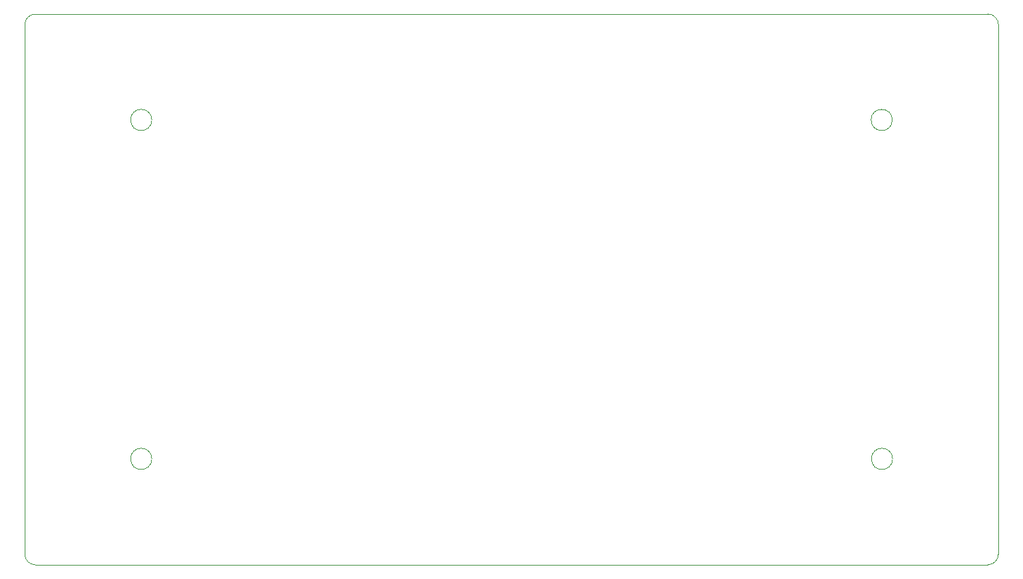
<source format=gbr>
G04 #@! TF.GenerationSoftware,KiCad,Pcbnew,(6.0.1)*
G04 #@! TF.CreationDate,2022-01-30T22:17:43+01:00*
G04 #@! TF.ProjectId,Teensy41_DualMotor,5465656e-7379-4343-915f-4475616c4d6f,1*
G04 #@! TF.SameCoordinates,Original*
G04 #@! TF.FileFunction,Profile,NP*
%FSLAX46Y46*%
G04 Gerber Fmt 4.6, Leading zero omitted, Abs format (unit mm)*
G04 Created by KiCad (PCBNEW (6.0.1)) date 2022-01-30 22:17:43*
%MOMM*%
%LPD*%
G01*
G04 APERTURE LIST*
G04 #@! TA.AperFunction,Profile*
%ADD10C,0.100000*%
G04 #@! TD*
G04 APERTURE END LIST*
D10*
X140970000Y-82550000D02*
G75*
G03*
X139700000Y-81280000I-1269999J1D01*
G01*
X128270000Y-134620000D02*
G75*
G03*
X128270000Y-134620000I-1270000J0D01*
G01*
X24130000Y-145542000D02*
X24130000Y-146050000D01*
X128234625Y-93980000D02*
G75*
G03*
X128234625Y-93980000I-1270000J0D01*
G01*
X139700000Y-81280000D02*
X25400000Y-81280000D01*
X25400000Y-147320000D02*
X139700000Y-147320000D01*
X139700000Y-147320000D02*
G75*
G03*
X140970000Y-146050000I1J1269999D01*
G01*
X24130000Y-82550000D02*
X24130000Y-145542000D01*
X25400000Y-81280000D02*
G75*
G03*
X24130000Y-82550000I-1J-1269999D01*
G01*
X39370000Y-134620000D02*
G75*
G03*
X39370000Y-134620000I-1270000J0D01*
G01*
X24130000Y-146050000D02*
G75*
G03*
X25400000Y-147320000I1269999J-1D01*
G01*
X39370000Y-93980000D02*
G75*
G03*
X39370000Y-93980000I-1270000J0D01*
G01*
X140970000Y-146050000D02*
X140970000Y-82550000D01*
M02*

</source>
